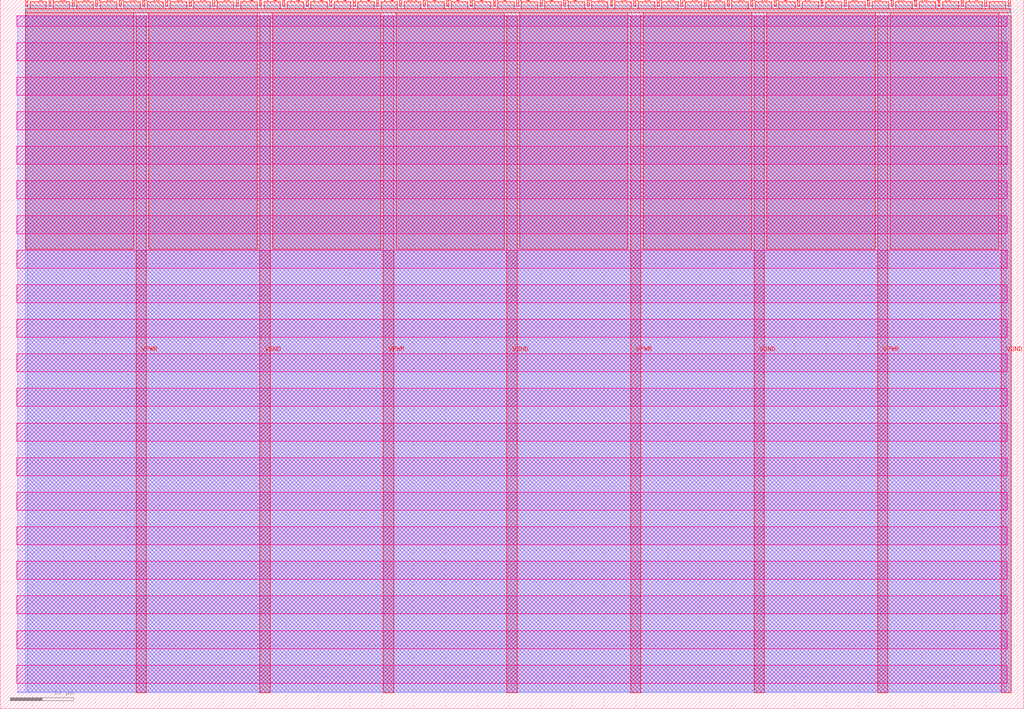
<source format=lef>
VERSION 5.7 ;
  NOWIREEXTENSIONATPIN ON ;
  DIVIDERCHAR "/" ;
  BUSBITCHARS "[]" ;
MACRO tt_um_andrewtron3000
  CLASS BLOCK ;
  FOREIGN tt_um_andrewtron3000 ;
  ORIGIN 0.000 0.000 ;
  SIZE 161.000 BY 111.520 ;
  PIN VGND
    DIRECTION INOUT ;
    USE GROUND ;
    PORT
      LAYER met4 ;
        RECT 40.830 2.480 42.430 109.040 ;
    END
    PORT
      LAYER met4 ;
        RECT 79.700 2.480 81.300 109.040 ;
    END
    PORT
      LAYER met4 ;
        RECT 118.570 2.480 120.170 109.040 ;
    END
    PORT
      LAYER met4 ;
        RECT 157.440 2.480 159.040 109.040 ;
    END
  END VGND
  PIN VPWR
    DIRECTION INOUT ;
    USE POWER ;
    PORT
      LAYER met4 ;
        RECT 21.395 2.480 22.995 109.040 ;
    END
    PORT
      LAYER met4 ;
        RECT 60.265 2.480 61.865 109.040 ;
    END
    PORT
      LAYER met4 ;
        RECT 99.135 2.480 100.735 109.040 ;
    END
    PORT
      LAYER met4 ;
        RECT 138.005 2.480 139.605 109.040 ;
    END
  END VPWR
  PIN clk
    DIRECTION INPUT ;
    USE SIGNAL ;
    ANTENNAGATEAREA 0.852000 ;
    PORT
      LAYER met4 ;
        RECT 154.870 110.520 155.170 111.520 ;
    END
  END clk
  PIN ena
    DIRECTION INPUT ;
    USE SIGNAL ;
    ANTENNAGATEAREA 0.196500 ;
    PORT
      LAYER met4 ;
        RECT 158.550 110.520 158.850 111.520 ;
    END
  END ena
  PIN rst_n
    DIRECTION INPUT ;
    USE SIGNAL ;
    ANTENNAGATEAREA 0.196500 ;
    PORT
      LAYER met4 ;
        RECT 151.190 110.520 151.490 111.520 ;
    END
  END rst_n
  PIN ui_in[0]
    DIRECTION INPUT ;
    USE SIGNAL ;
    ANTENNAGATEAREA 0.196500 ;
    PORT
      LAYER met4 ;
        RECT 147.510 110.520 147.810 111.520 ;
    END
  END ui_in[0]
  PIN ui_in[1]
    DIRECTION INPUT ;
    USE SIGNAL ;
    ANTENNAGATEAREA 0.196500 ;
    PORT
      LAYER met4 ;
        RECT 143.830 110.520 144.130 111.520 ;
    END
  END ui_in[1]
  PIN ui_in[2]
    DIRECTION INPUT ;
    USE SIGNAL ;
    ANTENNAGATEAREA 0.196500 ;
    PORT
      LAYER met4 ;
        RECT 140.150 110.520 140.450 111.520 ;
    END
  END ui_in[2]
  PIN ui_in[3]
    DIRECTION INPUT ;
    USE SIGNAL ;
    ANTENNAGATEAREA 0.196500 ;
    PORT
      LAYER met4 ;
        RECT 136.470 110.520 136.770 111.520 ;
    END
  END ui_in[3]
  PIN ui_in[4]
    DIRECTION INPUT ;
    USE SIGNAL ;
    ANTENNAGATEAREA 0.196500 ;
    PORT
      LAYER met4 ;
        RECT 132.790 110.520 133.090 111.520 ;
    END
  END ui_in[4]
  PIN ui_in[5]
    DIRECTION INPUT ;
    USE SIGNAL ;
    ANTENNAGATEAREA 0.196500 ;
    PORT
      LAYER met4 ;
        RECT 129.110 110.520 129.410 111.520 ;
    END
  END ui_in[5]
  PIN ui_in[6]
    DIRECTION INPUT ;
    USE SIGNAL ;
    ANTENNAGATEAREA 0.196500 ;
    PORT
      LAYER met4 ;
        RECT 125.430 110.520 125.730 111.520 ;
    END
  END ui_in[6]
  PIN ui_in[7]
    DIRECTION INPUT ;
    USE SIGNAL ;
    ANTENNAGATEAREA 0.196500 ;
    PORT
      LAYER met4 ;
        RECT 121.750 110.520 122.050 111.520 ;
    END
  END ui_in[7]
  PIN uio_in[0]
    DIRECTION INPUT ;
    USE SIGNAL ;
    PORT
      LAYER met4 ;
        RECT 118.070 110.520 118.370 111.520 ;
    END
  END uio_in[0]
  PIN uio_in[1]
    DIRECTION INPUT ;
    USE SIGNAL ;
    PORT
      LAYER met4 ;
        RECT 114.390 110.520 114.690 111.520 ;
    END
  END uio_in[1]
  PIN uio_in[2]
    DIRECTION INPUT ;
    USE SIGNAL ;
    PORT
      LAYER met4 ;
        RECT 110.710 110.520 111.010 111.520 ;
    END
  END uio_in[2]
  PIN uio_in[3]
    DIRECTION INPUT ;
    USE SIGNAL ;
    PORT
      LAYER met4 ;
        RECT 107.030 110.520 107.330 111.520 ;
    END
  END uio_in[3]
  PIN uio_in[4]
    DIRECTION INPUT ;
    USE SIGNAL ;
    PORT
      LAYER met4 ;
        RECT 103.350 110.520 103.650 111.520 ;
    END
  END uio_in[4]
  PIN uio_in[5]
    DIRECTION INPUT ;
    USE SIGNAL ;
    PORT
      LAYER met4 ;
        RECT 99.670 110.520 99.970 111.520 ;
    END
  END uio_in[5]
  PIN uio_in[6]
    DIRECTION INPUT ;
    USE SIGNAL ;
    PORT
      LAYER met4 ;
        RECT 95.990 110.520 96.290 111.520 ;
    END
  END uio_in[6]
  PIN uio_in[7]
    DIRECTION INPUT ;
    USE SIGNAL ;
    PORT
      LAYER met4 ;
        RECT 92.310 110.520 92.610 111.520 ;
    END
  END uio_in[7]
  PIN uio_oe[0]
    DIRECTION OUTPUT TRISTATE ;
    USE SIGNAL ;
    PORT
      LAYER met4 ;
        RECT 29.750 110.520 30.050 111.520 ;
    END
  END uio_oe[0]
  PIN uio_oe[1]
    DIRECTION OUTPUT TRISTATE ;
    USE SIGNAL ;
    PORT
      LAYER met4 ;
        RECT 26.070 110.520 26.370 111.520 ;
    END
  END uio_oe[1]
  PIN uio_oe[2]
    DIRECTION OUTPUT TRISTATE ;
    USE SIGNAL ;
    PORT
      LAYER met4 ;
        RECT 22.390 110.520 22.690 111.520 ;
    END
  END uio_oe[2]
  PIN uio_oe[3]
    DIRECTION OUTPUT TRISTATE ;
    USE SIGNAL ;
    PORT
      LAYER met4 ;
        RECT 18.710 110.520 19.010 111.520 ;
    END
  END uio_oe[3]
  PIN uio_oe[4]
    DIRECTION OUTPUT TRISTATE ;
    USE SIGNAL ;
    PORT
      LAYER met4 ;
        RECT 15.030 110.520 15.330 111.520 ;
    END
  END uio_oe[4]
  PIN uio_oe[5]
    DIRECTION OUTPUT TRISTATE ;
    USE SIGNAL ;
    PORT
      LAYER met4 ;
        RECT 11.350 110.520 11.650 111.520 ;
    END
  END uio_oe[5]
  PIN uio_oe[6]
    DIRECTION OUTPUT TRISTATE ;
    USE SIGNAL ;
    PORT
      LAYER met4 ;
        RECT 7.670 110.520 7.970 111.520 ;
    END
  END uio_oe[6]
  PIN uio_oe[7]
    DIRECTION OUTPUT TRISTATE ;
    USE SIGNAL ;
    PORT
      LAYER met4 ;
        RECT 3.990 110.520 4.290 111.520 ;
    END
  END uio_oe[7]
  PIN uio_out[0]
    DIRECTION OUTPUT TRISTATE ;
    USE SIGNAL ;
    PORT
      LAYER met4 ;
        RECT 59.190 110.520 59.490 111.520 ;
    END
  END uio_out[0]
  PIN uio_out[1]
    DIRECTION OUTPUT TRISTATE ;
    USE SIGNAL ;
    PORT
      LAYER met4 ;
        RECT 55.510 110.520 55.810 111.520 ;
    END
  END uio_out[1]
  PIN uio_out[2]
    DIRECTION OUTPUT TRISTATE ;
    USE SIGNAL ;
    PORT
      LAYER met4 ;
        RECT 51.830 110.520 52.130 111.520 ;
    END
  END uio_out[2]
  PIN uio_out[3]
    DIRECTION OUTPUT TRISTATE ;
    USE SIGNAL ;
    PORT
      LAYER met4 ;
        RECT 48.150 110.520 48.450 111.520 ;
    END
  END uio_out[3]
  PIN uio_out[4]
    DIRECTION OUTPUT TRISTATE ;
    USE SIGNAL ;
    PORT
      LAYER met4 ;
        RECT 44.470 110.520 44.770 111.520 ;
    END
  END uio_out[4]
  PIN uio_out[5]
    DIRECTION OUTPUT TRISTATE ;
    USE SIGNAL ;
    PORT
      LAYER met4 ;
        RECT 40.790 110.520 41.090 111.520 ;
    END
  END uio_out[5]
  PIN uio_out[6]
    DIRECTION OUTPUT TRISTATE ;
    USE SIGNAL ;
    PORT
      LAYER met4 ;
        RECT 37.110 110.520 37.410 111.520 ;
    END
  END uio_out[6]
  PIN uio_out[7]
    DIRECTION OUTPUT TRISTATE ;
    USE SIGNAL ;
    PORT
      LAYER met4 ;
        RECT 33.430 110.520 33.730 111.520 ;
    END
  END uio_out[7]
  PIN uo_out[0]
    DIRECTION OUTPUT TRISTATE ;
    USE SIGNAL ;
    PORT
      LAYER met4 ;
        RECT 88.630 110.520 88.930 111.520 ;
    END
  END uo_out[0]
  PIN uo_out[1]
    DIRECTION OUTPUT TRISTATE ;
    USE SIGNAL ;
    PORT
      LAYER met4 ;
        RECT 84.950 110.520 85.250 111.520 ;
    END
  END uo_out[1]
  PIN uo_out[2]
    DIRECTION OUTPUT TRISTATE ;
    USE SIGNAL ;
    PORT
      LAYER met4 ;
        RECT 81.270 110.520 81.570 111.520 ;
    END
  END uo_out[2]
  PIN uo_out[3]
    DIRECTION OUTPUT TRISTATE ;
    USE SIGNAL ;
    PORT
      LAYER met4 ;
        RECT 77.590 110.520 77.890 111.520 ;
    END
  END uo_out[3]
  PIN uo_out[4]
    DIRECTION OUTPUT TRISTATE ;
    USE SIGNAL ;
    ANTENNADIFFAREA 0.795200 ;
    PORT
      LAYER met4 ;
        RECT 73.910 110.520 74.210 111.520 ;
    END
  END uo_out[4]
  PIN uo_out[5]
    DIRECTION OUTPUT TRISTATE ;
    USE SIGNAL ;
    PORT
      LAYER met4 ;
        RECT 70.230 110.520 70.530 111.520 ;
    END
  END uo_out[5]
  PIN uo_out[6]
    DIRECTION OUTPUT TRISTATE ;
    USE SIGNAL ;
    PORT
      LAYER met4 ;
        RECT 66.550 110.520 66.850 111.520 ;
    END
  END uo_out[6]
  PIN uo_out[7]
    DIRECTION OUTPUT TRISTATE ;
    USE SIGNAL ;
    PORT
      LAYER met4 ;
        RECT 62.870 110.520 63.170 111.520 ;
    END
  END uo_out[7]
  OBS
      LAYER nwell ;
        RECT 2.570 107.385 158.430 108.990 ;
        RECT 2.570 101.945 158.430 104.775 ;
        RECT 2.570 96.505 158.430 99.335 ;
        RECT 2.570 91.065 158.430 93.895 ;
        RECT 2.570 85.625 158.430 88.455 ;
        RECT 2.570 80.185 158.430 83.015 ;
        RECT 2.570 74.745 158.430 77.575 ;
        RECT 2.570 69.305 158.430 72.135 ;
        RECT 2.570 63.865 158.430 66.695 ;
        RECT 2.570 58.425 158.430 61.255 ;
        RECT 2.570 52.985 158.430 55.815 ;
        RECT 2.570 47.545 158.430 50.375 ;
        RECT 2.570 42.105 158.430 44.935 ;
        RECT 2.570 36.665 158.430 39.495 ;
        RECT 2.570 31.225 158.430 34.055 ;
        RECT 2.570 25.785 158.430 28.615 ;
        RECT 2.570 20.345 158.430 23.175 ;
        RECT 2.570 14.905 158.430 17.735 ;
        RECT 2.570 9.465 158.430 12.295 ;
        RECT 2.570 4.025 158.430 6.855 ;
      LAYER li1 ;
        RECT 2.760 2.635 158.240 108.885 ;
      LAYER met1 ;
        RECT 2.760 2.480 159.040 109.040 ;
      LAYER met2 ;
        RECT 4.230 2.535 159.010 110.685 ;
      LAYER met3 ;
        RECT 3.950 2.555 159.030 110.665 ;
      LAYER met4 ;
        RECT 4.690 110.120 7.270 111.170 ;
        RECT 8.370 110.120 10.950 111.170 ;
        RECT 12.050 110.120 14.630 111.170 ;
        RECT 15.730 110.120 18.310 111.170 ;
        RECT 19.410 110.120 21.990 111.170 ;
        RECT 23.090 110.120 25.670 111.170 ;
        RECT 26.770 110.120 29.350 111.170 ;
        RECT 30.450 110.120 33.030 111.170 ;
        RECT 34.130 110.120 36.710 111.170 ;
        RECT 37.810 110.120 40.390 111.170 ;
        RECT 41.490 110.120 44.070 111.170 ;
        RECT 45.170 110.120 47.750 111.170 ;
        RECT 48.850 110.120 51.430 111.170 ;
        RECT 52.530 110.120 55.110 111.170 ;
        RECT 56.210 110.120 58.790 111.170 ;
        RECT 59.890 110.120 62.470 111.170 ;
        RECT 63.570 110.120 66.150 111.170 ;
        RECT 67.250 110.120 69.830 111.170 ;
        RECT 70.930 110.120 73.510 111.170 ;
        RECT 74.610 110.120 77.190 111.170 ;
        RECT 78.290 110.120 80.870 111.170 ;
        RECT 81.970 110.120 84.550 111.170 ;
        RECT 85.650 110.120 88.230 111.170 ;
        RECT 89.330 110.120 91.910 111.170 ;
        RECT 93.010 110.120 95.590 111.170 ;
        RECT 96.690 110.120 99.270 111.170 ;
        RECT 100.370 110.120 102.950 111.170 ;
        RECT 104.050 110.120 106.630 111.170 ;
        RECT 107.730 110.120 110.310 111.170 ;
        RECT 111.410 110.120 113.990 111.170 ;
        RECT 115.090 110.120 117.670 111.170 ;
        RECT 118.770 110.120 121.350 111.170 ;
        RECT 122.450 110.120 125.030 111.170 ;
        RECT 126.130 110.120 128.710 111.170 ;
        RECT 129.810 110.120 132.390 111.170 ;
        RECT 133.490 110.120 136.070 111.170 ;
        RECT 137.170 110.120 139.750 111.170 ;
        RECT 140.850 110.120 143.430 111.170 ;
        RECT 144.530 110.120 147.110 111.170 ;
        RECT 148.210 110.120 150.790 111.170 ;
        RECT 151.890 110.120 154.470 111.170 ;
        RECT 155.570 110.120 158.150 111.170 ;
        RECT 3.975 109.440 158.865 110.120 ;
        RECT 3.975 72.255 20.995 109.440 ;
        RECT 23.395 72.255 40.430 109.440 ;
        RECT 42.830 72.255 59.865 109.440 ;
        RECT 62.265 72.255 79.300 109.440 ;
        RECT 81.700 72.255 98.735 109.440 ;
        RECT 101.135 72.255 118.170 109.440 ;
        RECT 120.570 72.255 137.605 109.440 ;
        RECT 140.005 72.255 157.040 109.440 ;
  END
END tt_um_andrewtron3000
END LIBRARY


</source>
